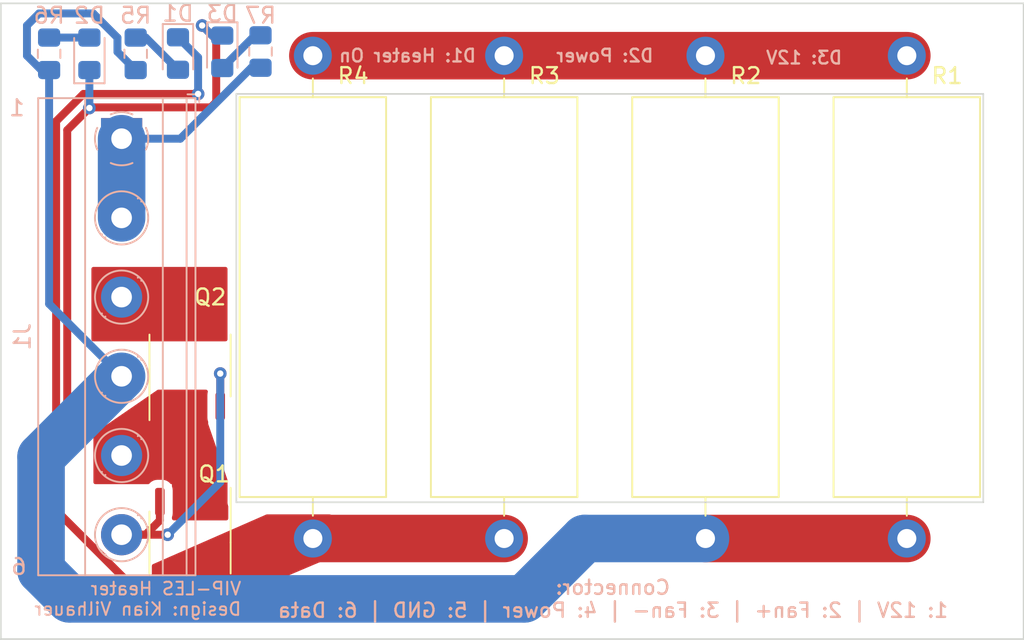
<source format=kicad_pcb>
(kicad_pcb (version 20171130) (host pcbnew "(5.1.6)-1")

  (general
    (thickness 1.6)
    (drawings 15)
    (tracks 65)
    (zones 0)
    (modules 13)
    (nets 11)
  )

  (page A4)
  (layers
    (0 F.Cu signal)
    (31 B.Cu signal)
    (32 B.Adhes user hide)
    (33 F.Adhes user hide)
    (34 B.Paste user hide)
    (35 F.Paste user hide)
    (36 B.SilkS user)
    (37 F.SilkS user)
    (38 B.Mask user hide)
    (39 F.Mask user hide)
    (40 Dwgs.User user hide)
    (41 Cmts.User user hide)
    (42 Eco1.User user hide)
    (43 Eco2.User user hide)
    (44 Edge.Cuts user)
    (45 Margin user hide)
    (46 B.CrtYd user hide)
    (47 F.CrtYd user hide)
    (48 B.Fab user)
    (49 F.Fab user)
  )

  (setup
    (last_trace_width 0.5)
    (trace_clearance 0.2)
    (zone_clearance 0.508)
    (zone_45_only no)
    (trace_min 0.2)
    (via_size 0.8)
    (via_drill 0.4)
    (via_min_size 0.4)
    (via_min_drill 0.3)
    (uvia_size 0.3)
    (uvia_drill 0.1)
    (uvias_allowed no)
    (uvia_min_size 0.2)
    (uvia_min_drill 0.1)
    (edge_width 0.05)
    (segment_width 0.2)
    (pcb_text_width 0.3)
    (pcb_text_size 1.5 1.5)
    (mod_edge_width 0.12)
    (mod_text_size 1 1)
    (mod_text_width 0.15)
    (pad_size 2.4 2.4)
    (pad_drill 1.2)
    (pad_to_mask_clearance 0.05)
    (aux_axis_origin 0 0)
    (visible_elements 7FFFFFFF)
    (pcbplotparams
      (layerselection 0x0d0fc_ffffffff)
      (usegerberextensions true)
      (usegerberattributes true)
      (usegerberadvancedattributes true)
      (creategerberjobfile false)
      (excludeedgelayer true)
      (linewidth 0.100000)
      (plotframeref false)
      (viasonmask false)
      (mode 1)
      (useauxorigin false)
      (hpglpennumber 1)
      (hpglpenspeed 20)
      (hpglpendiameter 15.000000)
      (psnegative false)
      (psa4output false)
      (plotreference true)
      (plotvalue true)
      (plotinvisibletext false)
      (padsonsilk false)
      (subtractmaskfromsilk false)
      (outputformat 1)
      (mirror false)
      (drillshape 0)
      (scaleselection 1)
      (outputdirectory "./gerbers"))
  )

  (net 0 "")
  (net 1 "Net-(D1-Pad2)")
  (net 2 GND)
  (net 3 "Net-(D2-Pad2)")
  (net 4 /Heat_Control)
  (net 5 VCC)
  (net 6 "Net-(R1-Pad2)")
  (net 7 "Net-(D1-Pad1)")
  (net 8 +12V)
  (net 9 /Fan_Lowside)
  (net 10 "Net-(D3-Pad2)")

  (net_class Default "This is the default net class."
    (clearance 0.2)
    (trace_width 0.5)
    (via_dia 0.8)
    (via_drill 0.4)
    (uvia_dia 0.3)
    (uvia_drill 0.1)
    (add_net +12V)
    (add_net /Fan_Lowside)
    (add_net /Heat_Control)
    (add_net GND)
    (add_net "Net-(D1-Pad1)")
    (add_net "Net-(D1-Pad2)")
    (add_net "Net-(D2-Pad2)")
    (add_net "Net-(D3-Pad2)")
    (add_net VCC)
  )

  (net_class High-Current ""
    (clearance 0.2)
    (trace_width 3)
    (via_dia 1.5)
    (via_drill 0.4)
    (uvia_dia 0.3)
    (uvia_drill 0.1)
    (add_net "Net-(R1-Pad2)")
  )

  (module Resistor_SMD:R_0805_2012Metric_Pad1.15x1.40mm_HandSolder (layer B.Cu) (tedit 5B36C52B) (tstamp 5F8985E6)
    (at 36.703 21.327 90)
    (descr "Resistor SMD 0805 (2012 Metric), square (rectangular) end terminal, IPC_7351 nominal with elongated pad for handsoldering. (Body size source: https://docs.google.com/spreadsheets/d/1BsfQQcO9C6DZCsRaXUlFlo91Tg2WpOkGARC1WS5S8t0/edit?usp=sharing), generated with kicad-footprint-generator")
    (tags "resistor handsolder")
    (path /5F89E5AE)
    (attr smd)
    (fp_text reference R7 (at 2.277 0 180) (layer B.SilkS)
      (effects (font (size 1 1) (thickness 0.15)) (justify mirror))
    )
    (fp_text value 1k (at 0 -1.65 180) (layer B.Fab)
      (effects (font (size 1 1) (thickness 0.15)) (justify mirror))
    )
    (fp_line (start 1.85 -0.95) (end -1.85 -0.95) (layer B.CrtYd) (width 0.05))
    (fp_line (start 1.85 0.95) (end 1.85 -0.95) (layer B.CrtYd) (width 0.05))
    (fp_line (start -1.85 0.95) (end 1.85 0.95) (layer B.CrtYd) (width 0.05))
    (fp_line (start -1.85 -0.95) (end -1.85 0.95) (layer B.CrtYd) (width 0.05))
    (fp_line (start -0.261252 -0.71) (end 0.261252 -0.71) (layer B.SilkS) (width 0.12))
    (fp_line (start -0.261252 0.71) (end 0.261252 0.71) (layer B.SilkS) (width 0.12))
    (fp_line (start 1 -0.6) (end -1 -0.6) (layer B.Fab) (width 0.1))
    (fp_line (start 1 0.6) (end 1 -0.6) (layer B.Fab) (width 0.1))
    (fp_line (start -1 0.6) (end 1 0.6) (layer B.Fab) (width 0.1))
    (fp_line (start -1 -0.6) (end -1 0.6) (layer B.Fab) (width 0.1))
    (fp_text user %R (at 0 0 90) (layer B.Fab)
      (effects (font (size 0.5 0.5) (thickness 0.08)) (justify mirror))
    )
    (pad 2 smd roundrect (at 1.025 0 90) (size 1.15 1.4) (layers B.Cu B.Paste B.Mask) (roundrect_rratio 0.217391)
      (net 10 "Net-(D3-Pad2)"))
    (pad 1 smd roundrect (at -1.025 0 90) (size 1.15 1.4) (layers B.Cu B.Paste B.Mask) (roundrect_rratio 0.217391)
      (net 8 +12V))
    (model ${KISYS3DMOD}/Resistor_SMD.3dshapes/R_0805_2012Metric.wrl
      (at (xyz 0 0 0))
      (scale (xyz 1 1 1))
      (rotate (xyz 0 0 0))
    )
  )

  (module LED_SMD:LED_0805_2012Metric_Pad1.15x1.40mm_HandSolder (layer B.Cu) (tedit 5B4B45C9) (tstamp 5F898995)
    (at 34.29 21.345 270)
    (descr "LED SMD 0805 (2012 Metric), square (rectangular) end terminal, IPC_7351 nominal, (Body size source: https://docs.google.com/spreadsheets/d/1BsfQQcO9C6DZCsRaXUlFlo91Tg2WpOkGARC1WS5S8t0/edit?usp=sharing), generated with kicad-footprint-generator")
    (tags "LED handsolder")
    (path /5F89D85A)
    (attr smd)
    (fp_text reference D3 (at -2.422 0 180) (layer B.SilkS)
      (effects (font (size 1 1) (thickness 0.15)) (justify mirror))
    )
    (fp_text value AMBER (at 0 -1.65 90) (layer B.Fab)
      (effects (font (size 1 1) (thickness 0.15)) (justify mirror))
    )
    (fp_line (start 1.85 -0.95) (end -1.85 -0.95) (layer B.CrtYd) (width 0.05))
    (fp_line (start 1.85 0.95) (end 1.85 -0.95) (layer B.CrtYd) (width 0.05))
    (fp_line (start -1.85 0.95) (end 1.85 0.95) (layer B.CrtYd) (width 0.05))
    (fp_line (start -1.85 -0.95) (end -1.85 0.95) (layer B.CrtYd) (width 0.05))
    (fp_line (start -1.86 -0.96) (end 1 -0.96) (layer B.SilkS) (width 0.12))
    (fp_line (start -1.86 0.96) (end -1.86 -0.96) (layer B.SilkS) (width 0.12))
    (fp_line (start 1 0.96) (end -1.86 0.96) (layer B.SilkS) (width 0.12))
    (fp_line (start 1 -0.6) (end 1 0.6) (layer B.Fab) (width 0.1))
    (fp_line (start -1 -0.6) (end 1 -0.6) (layer B.Fab) (width 0.1))
    (fp_line (start -1 0.3) (end -1 -0.6) (layer B.Fab) (width 0.1))
    (fp_line (start -0.7 0.6) (end -1 0.3) (layer B.Fab) (width 0.1))
    (fp_line (start 1 0.6) (end -0.7 0.6) (layer B.Fab) (width 0.1))
    (fp_text user %R (at 0 0 90) (layer B.Fab)
      (effects (font (size 0.5 0.5) (thickness 0.08)) (justify mirror))
    )
    (pad 2 smd roundrect (at 1.025 0 270) (size 1.15 1.4) (layers B.Cu B.Paste B.Mask) (roundrect_rratio 0.217391)
      (net 10 "Net-(D3-Pad2)"))
    (pad 1 smd roundrect (at -1.025 0 270) (size 1.15 1.4) (layers B.Cu B.Paste B.Mask) (roundrect_rratio 0.217391)
      (net 2 GND))
    (model ${KISYS3DMOD}/LED_SMD.3dshapes/LED_0805_2012Metric.wrl
      (at (xyz 0 0 0))
      (scale (xyz 1 1 1))
      (rotate (xyz 0 0 0))
    )
  )

  (module Package_SO:SO-8_3.9x4.9mm_P1.27mm (layer F.Cu) (tedit 5F891189) (tstamp 5F892061)
    (at 32.258 41.148 90)
    (descr "SO, 8 Pin (https://www.nxp.com/docs/en/data-sheet/PCF8523.pdf), generated with kicad-footprint-generator ipc_gullwing_generator.py")
    (tags "SO SO")
    (path /5F89A74A)
    (attr smd)
    (fp_text reference Q2 (at 4.318 1.27) (layer F.SilkS)
      (effects (font (size 1 1) (thickness 0.15)))
    )
    (fp_text value IRF7401TRPBF (at 0 3.4 270) (layer F.Fab)
      (effects (font (size 1 1) (thickness 0.15)))
    )
    (fp_line (start 3.7 -2.7) (end -3.7 -2.7) (layer F.CrtYd) (width 0.05))
    (fp_line (start 3.7 2.7) (end 3.7 -2.7) (layer F.CrtYd) (width 0.05))
    (fp_line (start -3.7 2.7) (end 3.7 2.7) (layer F.CrtYd) (width 0.05))
    (fp_line (start -3.7 -2.7) (end -3.7 2.7) (layer F.CrtYd) (width 0.05))
    (fp_line (start -1.95 -1.475) (end -0.975 -2.45) (layer F.Fab) (width 0.1))
    (fp_line (start -1.95 2.45) (end -1.95 -1.475) (layer F.Fab) (width 0.1))
    (fp_line (start 1.95 2.45) (end -1.95 2.45) (layer F.Fab) (width 0.1))
    (fp_line (start 1.95 -2.45) (end 1.95 2.45) (layer F.Fab) (width 0.1))
    (fp_line (start -0.975 -2.45) (end 1.95 -2.45) (layer F.Fab) (width 0.1))
    (fp_line (start 0 -2.56) (end -3.45 -2.56) (layer F.SilkS) (width 0.12))
    (fp_line (start 0 -2.56) (end 1.95 -2.56) (layer F.SilkS) (width 0.12))
    (fp_line (start 0 2.56) (end -1.95 2.56) (layer F.SilkS) (width 0.12))
    (fp_line (start 0 2.56) (end 1.95 2.56) (layer F.SilkS) (width 0.12))
    (fp_text user %R (at 0 0 270) (layer F.Fab)
      (effects (font (size 0.98 0.98) (thickness 0.15)))
    )
    (pad 3 smd roundrect (at 2.575 -1.905 90) (size 1.75 0.6) (layers F.Cu F.Paste F.Mask) (roundrect_rratio 0.25)
      (net 9 /Fan_Lowside))
    (pad 3 smd roundrect (at 2.575 -0.635 90) (size 1.75 0.6) (layers F.Cu F.Paste F.Mask) (roundrect_rratio 0.25)
      (net 9 /Fan_Lowside))
    (pad 3 smd roundrect (at 2.575 0.635 90) (size 1.75 0.6) (layers F.Cu F.Paste F.Mask) (roundrect_rratio 0.25)
      (net 9 /Fan_Lowside))
    (pad 3 smd roundrect (at 2.575 1.905 90) (size 1.75 0.6) (layers F.Cu F.Paste F.Mask) (roundrect_rratio 0.25)
      (net 9 /Fan_Lowside))
    (pad 1 smd roundrect (at -2.575 1.905 90) (size 1.75 0.6) (layers F.Cu F.Paste F.Mask) (roundrect_rratio 0.25)
      (net 4 /Heat_Control))
    (pad 2 smd roundrect (at -2.575 0.635 90) (size 1.75 0.6) (layers F.Cu F.Paste F.Mask) (roundrect_rratio 0.25)
      (net 2 GND))
    (pad 2 smd roundrect (at -2.575 -0.635 90) (size 1.75 0.6) (layers F.Cu F.Paste F.Mask) (roundrect_rratio 0.25)
      (net 2 GND))
    (pad 2 smd roundrect (at -2.575 -1.905 90) (size 1.75 0.6) (layers F.Cu F.Paste F.Mask) (roundrect_rratio 0.25)
      (net 2 GND))
    (model ${KISYS3DMOD}/Package_SO.3dshapes/SO-8_3.9x4.9mm_P1.27mm.wrl
      (at (xyz 0 0 0))
      (scale (xyz 1 1 1))
      (rotate (xyz 0 0 0))
    )
  )

  (module TerminalBlock_Phoenix:TerminalBlock_Phoenix_MKDS-1,5-6_1x06_P5.00mm_Horizontal (layer B.Cu) (tedit 5B294EE7) (tstamp 5F891439)
    (at 27.94 26.83 270)
    (descr "Terminal Block Phoenix MKDS-1,5-6, 6 pins, pitch 5mm, size 30x9.8mm^2, drill diamater 1.3mm, pad diameter 2.6mm, see http://www.farnell.com/datasheets/100425.pdf, script-generated using https://github.com/pointhi/kicad-footprint-generator/scripts/TerminalBlock_Phoenix")
    (tags "THT Terminal Block Phoenix MKDS-1,5-6 pitch 5mm size 30x9.8mm^2 drill 1.3mm pad 2.6mm")
    (path /5F89E31E)
    (fp_text reference J1 (at 12.5 6.26 90) (layer B.SilkS)
      (effects (font (size 1 1) (thickness 0.15)) (justify mirror))
    )
    (fp_text value " " (at 12.5 -5.66 90) (layer B.Fab)
      (effects (font (size 1 1) (thickness 0.15)) (justify mirror))
    )
    (fp_line (start 28 5.71) (end -3 5.71) (layer B.CrtYd) (width 0.05))
    (fp_line (start 28 -5.1) (end 28 5.71) (layer B.CrtYd) (width 0.05))
    (fp_line (start -3 -5.1) (end 28 -5.1) (layer B.CrtYd) (width 0.05))
    (fp_line (start -3 5.71) (end -3 -5.1) (layer B.CrtYd) (width 0.05))
    (fp_line (start -2.8 -4.9) (end -2.3 -4.9) (layer B.SilkS) (width 0.12))
    (fp_line (start -2.8 -4.16) (end -2.8 -4.9) (layer B.SilkS) (width 0.12))
    (fp_line (start 23.773 -1.023) (end 23.726 -1.069) (layer B.SilkS) (width 0.12))
    (fp_line (start 26.07 1.275) (end 26.035 1.239) (layer B.SilkS) (width 0.12))
    (fp_line (start 23.966 -1.239) (end 23.931 -1.274) (layer B.SilkS) (width 0.12))
    (fp_line (start 26.275 1.069) (end 26.228 1.023) (layer B.SilkS) (width 0.12))
    (fp_line (start 25.955 1.138) (end 23.863 -0.955) (layer B.Fab) (width 0.1))
    (fp_line (start 26.138 0.955) (end 24.046 -1.138) (layer B.Fab) (width 0.1))
    (fp_line (start 18.773 -1.023) (end 18.726 -1.069) (layer B.SilkS) (width 0.12))
    (fp_line (start 21.07 1.275) (end 21.035 1.239) (layer B.SilkS) (width 0.12))
    (fp_line (start 18.966 -1.239) (end 18.931 -1.274) (layer B.SilkS) (width 0.12))
    (fp_line (start 21.275 1.069) (end 21.228 1.023) (layer B.SilkS) (width 0.12))
    (fp_line (start 20.955 1.138) (end 18.863 -0.955) (layer B.Fab) (width 0.1))
    (fp_line (start 21.138 0.955) (end 19.046 -1.138) (layer B.Fab) (width 0.1))
    (fp_line (start 13.773 -1.023) (end 13.726 -1.069) (layer B.SilkS) (width 0.12))
    (fp_line (start 16.07 1.275) (end 16.035 1.239) (layer B.SilkS) (width 0.12))
    (fp_line (start 13.966 -1.239) (end 13.931 -1.274) (layer B.SilkS) (width 0.12))
    (fp_line (start 16.275 1.069) (end 16.228 1.023) (layer B.SilkS) (width 0.12))
    (fp_line (start 15.955 1.138) (end 13.863 -0.955) (layer B.Fab) (width 0.1))
    (fp_line (start 16.138 0.955) (end 14.046 -1.138) (layer B.Fab) (width 0.1))
    (fp_line (start 8.773 -1.023) (end 8.726 -1.069) (layer B.SilkS) (width 0.12))
    (fp_line (start 11.07 1.275) (end 11.035 1.239) (layer B.SilkS) (width 0.12))
    (fp_line (start 8.966 -1.239) (end 8.931 -1.274) (layer B.SilkS) (width 0.12))
    (fp_line (start 11.275 1.069) (end 11.228 1.023) (layer B.SilkS) (width 0.12))
    (fp_line (start 10.955 1.138) (end 8.863 -0.955) (layer B.Fab) (width 0.1))
    (fp_line (start 11.138 0.955) (end 9.046 -1.138) (layer B.Fab) (width 0.1))
    (fp_line (start 3.773 -1.023) (end 3.726 -1.069) (layer B.SilkS) (width 0.12))
    (fp_line (start 6.07 1.275) (end 6.035 1.239) (layer B.SilkS) (width 0.12))
    (fp_line (start 3.966 -1.239) (end 3.931 -1.274) (layer B.SilkS) (width 0.12))
    (fp_line (start 6.275 1.069) (end 6.228 1.023) (layer B.SilkS) (width 0.12))
    (fp_line (start 5.955 1.138) (end 3.863 -0.955) (layer B.Fab) (width 0.1))
    (fp_line (start 6.138 0.955) (end 4.046 -1.138) (layer B.Fab) (width 0.1))
    (fp_line (start 0.955 1.138) (end -1.138 -0.955) (layer B.Fab) (width 0.1))
    (fp_line (start 1.138 0.955) (end -0.955 -1.138) (layer B.Fab) (width 0.1))
    (fp_line (start 27.56 5.261) (end 27.56 -4.66) (layer B.SilkS) (width 0.12))
    (fp_line (start -2.56 5.261) (end -2.56 -4.66) (layer B.SilkS) (width 0.12))
    (fp_line (start -2.56 -4.66) (end 27.56 -4.66) (layer B.SilkS) (width 0.12))
    (fp_line (start -2.56 5.261) (end 27.56 5.261) (layer B.SilkS) (width 0.12))
    (fp_line (start -2.56 2.301) (end 27.56 2.301) (layer B.SilkS) (width 0.12))
    (fp_line (start -2.5 2.3) (end 27.5 2.3) (layer B.Fab) (width 0.1))
    (fp_line (start -2.56 -2.6) (end 27.56 -2.6) (layer B.SilkS) (width 0.12))
    (fp_line (start -2.5 -2.6) (end 27.5 -2.6) (layer B.Fab) (width 0.1))
    (fp_line (start -2.56 -4.1) (end 27.56 -4.1) (layer B.SilkS) (width 0.12))
    (fp_line (start -2.5 -4.1) (end 27.5 -4.1) (layer B.Fab) (width 0.1))
    (fp_line (start -2.5 -4.1) (end -2.5 5.2) (layer B.Fab) (width 0.1))
    (fp_line (start -2 -4.6) (end -2.5 -4.1) (layer B.Fab) (width 0.1))
    (fp_line (start 27.5 -4.6) (end -2 -4.6) (layer B.Fab) (width 0.1))
    (fp_line (start 27.5 5.2) (end 27.5 -4.6) (layer B.Fab) (width 0.1))
    (fp_line (start -2.5 5.2) (end 27.5 5.2) (layer B.Fab) (width 0.1))
    (fp_circle (center 25 0) (end 26.68 0) (layer B.SilkS) (width 0.12))
    (fp_circle (center 25 0) (end 26.5 0) (layer B.Fab) (width 0.1))
    (fp_circle (center 20 0) (end 21.68 0) (layer B.SilkS) (width 0.12))
    (fp_circle (center 20 0) (end 21.5 0) (layer B.Fab) (width 0.1))
    (fp_circle (center 15 0) (end 16.68 0) (layer B.SilkS) (width 0.12))
    (fp_circle (center 15 0) (end 16.5 0) (layer B.Fab) (width 0.1))
    (fp_circle (center 10 0) (end 11.68 0) (layer B.SilkS) (width 0.12))
    (fp_circle (center 10 0) (end 11.5 0) (layer B.Fab) (width 0.1))
    (fp_circle (center 5 0) (end 6.68 0) (layer B.SilkS) (width 0.12))
    (fp_circle (center 5 0) (end 6.5 0) (layer B.Fab) (width 0.1))
    (fp_circle (center 0 0) (end 1.5 0) (layer B.Fab) (width 0.1))
    (fp_text user %R (at 12.5 -3.2 90) (layer B.Fab)
      (effects (font (size 1 1) (thickness 0.15)) (justify mirror))
    )
    (fp_arc (start 0 0) (end -0.684 -1.535) (angle 25) (layer B.SilkS) (width 0.12))
    (fp_arc (start 0 0) (end -1.535 0.684) (angle 48) (layer B.SilkS) (width 0.12))
    (fp_arc (start 0 0) (end 0.684 1.535) (angle 48) (layer B.SilkS) (width 0.12))
    (fp_arc (start 0 0) (end 1.535 -0.684) (angle 48) (layer B.SilkS) (width 0.12))
    (fp_arc (start 0 0) (end 0 -1.68) (angle 24) (layer B.SilkS) (width 0.12))
    (pad 6 thru_hole circle (at 25 0 270) (size 2.6 2.6) (drill 1.3) (layers *.Cu *.Mask)
      (net 4 /Heat_Control))
    (pad 5 thru_hole circle (at 20 0 270) (size 2.6 2.6) (drill 1.3) (layers *.Cu *.Mask)
      (net 2 GND))
    (pad 4 thru_hole circle (at 15 0 270) (size 2.6 2.6) (drill 1.3) (layers *.Cu *.Mask)
      (net 5 VCC))
    (pad 3 thru_hole circle (at 10 0 270) (size 2.6 2.6) (drill 1.3) (layers *.Cu *.Mask)
      (net 9 /Fan_Lowside))
    (pad 2 thru_hole circle (at 5 0 270) (size 2.6 2.6) (drill 1.3) (layers *.Cu *.Mask)
      (net 8 +12V))
    (pad 1 thru_hole rect (at 0 0 270) (size 2.6 2.6) (drill 1.3) (layers *.Cu *.Mask)
      (net 8 +12V))
    (model ${KISYS3DMOD}/TerminalBlock_Phoenix.3dshapes/TerminalBlock_Phoenix_MKDS-1,5-6_1x06_P5.00mm_Horizontal.wrl
      (at (xyz 0 0 0))
      (scale (xyz 1 1 1))
      (rotate (xyz 0 0 0))
    )
  )

  (module Package_SO:SO-8_3.9x4.9mm_P1.27mm (layer F.Cu) (tedit 5F8081BE) (tstamp 5F8088F2)
    (at 32.258 52.324 270)
    (descr "SO, 8 Pin (https://www.nxp.com/docs/en/data-sheet/PCF8523.pdf), generated with kicad-footprint-generator ipc_gullwing_generator.py")
    (tags "SO SO")
    (path /5F803211)
    (attr smd)
    (fp_text reference Q1 (at -4.318 -1.524 180) (layer F.SilkS)
      (effects (font (size 1 1) (thickness 0.15)))
    )
    (fp_text value IRF7401TRPBF (at 0 3.4 90) (layer F.Fab)
      (effects (font (size 1 1) (thickness 0.15)))
    )
    (fp_line (start 3.7 -2.7) (end -3.7 -2.7) (layer F.CrtYd) (width 0.05))
    (fp_line (start 3.7 2.7) (end 3.7 -2.7) (layer F.CrtYd) (width 0.05))
    (fp_line (start -3.7 2.7) (end 3.7 2.7) (layer F.CrtYd) (width 0.05))
    (fp_line (start -3.7 -2.7) (end -3.7 2.7) (layer F.CrtYd) (width 0.05))
    (fp_line (start -1.95 -1.475) (end -0.975 -2.45) (layer F.Fab) (width 0.1))
    (fp_line (start -1.95 2.45) (end -1.95 -1.475) (layer F.Fab) (width 0.1))
    (fp_line (start 1.95 2.45) (end -1.95 2.45) (layer F.Fab) (width 0.1))
    (fp_line (start 1.95 -2.45) (end 1.95 2.45) (layer F.Fab) (width 0.1))
    (fp_line (start -0.975 -2.45) (end 1.95 -2.45) (layer F.Fab) (width 0.1))
    (fp_line (start 0 -2.56) (end -3.45 -2.56) (layer F.SilkS) (width 0.12))
    (fp_line (start 0 -2.56) (end 1.95 -2.56) (layer F.SilkS) (width 0.12))
    (fp_line (start 0 2.56) (end -1.95 2.56) (layer F.SilkS) (width 0.12))
    (fp_line (start 0 2.56) (end 1.95 2.56) (layer F.SilkS) (width 0.12))
    (fp_text user %R (at 0 0 90) (layer F.Fab)
      (effects (font (size 0.98 0.98) (thickness 0.15)))
    )
    (pad 3 smd roundrect (at 2.575 -1.905 270) (size 1.75 0.6) (layers F.Cu F.Paste F.Mask) (roundrect_rratio 0.25)
      (net 7 "Net-(D1-Pad1)"))
    (pad 3 smd roundrect (at 2.575 -0.635 270) (size 1.75 0.6) (layers F.Cu F.Paste F.Mask) (roundrect_rratio 0.25)
      (net 7 "Net-(D1-Pad1)"))
    (pad 3 smd roundrect (at 2.575 0.635 270) (size 1.75 0.6) (layers F.Cu F.Paste F.Mask) (roundrect_rratio 0.25)
      (net 7 "Net-(D1-Pad1)"))
    (pad 3 smd roundrect (at 2.575 1.905 270) (size 1.75 0.6) (layers F.Cu F.Paste F.Mask) (roundrect_rratio 0.25)
      (net 7 "Net-(D1-Pad1)"))
    (pad 1 smd roundrect (at -2.575 1.905 270) (size 1.75 0.6) (layers F.Cu F.Paste F.Mask) (roundrect_rratio 0.25)
      (net 4 /Heat_Control))
    (pad 2 smd roundrect (at -2.575 0.635 270) (size 1.75 0.6) (layers F.Cu F.Paste F.Mask) (roundrect_rratio 0.25)
      (net 2 GND))
    (pad 2 smd roundrect (at -2.575 -0.635 270) (size 1.75 0.6) (layers F.Cu F.Paste F.Mask) (roundrect_rratio 0.25)
      (net 2 GND))
    (pad 2 smd roundrect (at -2.575 -1.905 270) (size 1.75 0.6) (layers F.Cu F.Paste F.Mask) (roundrect_rratio 0.25)
      (net 2 GND))
    (model ${KISYS3DMOD}/Package_SO.3dshapes/SO-8_3.9x4.9mm_P1.27mm.wrl
      (at (xyz 0 0 0))
      (scale (xyz 1 1 1))
      (rotate (xyz 0 0 0))
    )
  )

  (module Resistor_THT:R_Axial_Power_L25.0mm_W9.0mm_P30.48mm (layer F.Cu) (tedit 5AE5139B) (tstamp 5F7FFF64)
    (at 52.07 21.59 270)
    (descr "Resistor, Axial_Power series, Box, pin pitch=30.48mm, 7W, length*width*height=25*9*9mm^3, http://cdn-reichelt.de/documents/datenblatt/B400/5WAXIAL_9WAXIAL_11WAXIAL_17WAXIAL%23YAG.pdf")
    (tags "Resistor Axial_Power series Box pin pitch 30.48mm 7W length 25mm width 9mm height 9mm")
    (path /5F83A4AF)
    (fp_text reference R3 (at 1.27 -2.54 180) (layer F.SilkS)
      (effects (font (size 1 1) (thickness 0.15)))
    )
    (fp_text value 1 (at 15.24 5.62 90) (layer F.Fab)
      (effects (font (size 1 1) (thickness 0.15)))
    )
    (fp_line (start 31.94 -4.75) (end -1.45 -4.75) (layer F.CrtYd) (width 0.05))
    (fp_line (start 31.94 4.75) (end 31.94 -4.75) (layer F.CrtYd) (width 0.05))
    (fp_line (start -1.45 4.75) (end 31.94 4.75) (layer F.CrtYd) (width 0.05))
    (fp_line (start -1.45 -4.75) (end -1.45 4.75) (layer F.CrtYd) (width 0.05))
    (fp_line (start 29.04 0) (end 27.86 0) (layer F.SilkS) (width 0.12))
    (fp_line (start 1.44 0) (end 2.62 0) (layer F.SilkS) (width 0.12))
    (fp_line (start 27.86 -4.62) (end 2.62 -4.62) (layer F.SilkS) (width 0.12))
    (fp_line (start 27.86 4.62) (end 27.86 -4.62) (layer F.SilkS) (width 0.12))
    (fp_line (start 2.62 4.62) (end 27.86 4.62) (layer F.SilkS) (width 0.12))
    (fp_line (start 2.62 -4.62) (end 2.62 4.62) (layer F.SilkS) (width 0.12))
    (fp_line (start 30.48 0) (end 27.74 0) (layer F.Fab) (width 0.1))
    (fp_line (start 0 0) (end 2.74 0) (layer F.Fab) (width 0.1))
    (fp_line (start 27.74 -4.5) (end 2.74 -4.5) (layer F.Fab) (width 0.1))
    (fp_line (start 27.74 4.5) (end 27.74 -4.5) (layer F.Fab) (width 0.1))
    (fp_line (start 2.74 4.5) (end 27.74 4.5) (layer F.Fab) (width 0.1))
    (fp_line (start 2.74 -4.5) (end 2.74 4.5) (layer F.Fab) (width 0.1))
    (fp_text user %R (at 15.24 0 90) (layer F.Fab)
      (effects (font (size 1 1) (thickness 0.15)))
    )
    (pad 2 thru_hole oval (at 30.48 0 270) (size 2.4 2.4) (drill 1.2) (layers *.Cu *.Mask)
      (net 7 "Net-(D1-Pad1)"))
    (pad 1 thru_hole circle (at 0 0 270) (size 2.4 2.4) (drill 1.2) (layers *.Cu *.Mask)
      (net 6 "Net-(R1-Pad2)"))
    (model ${KISYS3DMOD}/Resistor_THT.3dshapes/R_Axial_Power_L25.0mm_W9.0mm_P30.48mm.wrl
      (at (xyz 0 0 0))
      (scale (xyz 1 1 1))
      (rotate (xyz 0 0 0))
    )
  )

  (module Resistor_THT:R_Axial_Power_L25.0mm_W9.0mm_P30.48mm (layer F.Cu) (tedit 5AE5139B) (tstamp 5F7FFF4D)
    (at 64.77 52.07 90)
    (descr "Resistor, Axial_Power series, Box, pin pitch=30.48mm, 7W, length*width*height=25*9*9mm^3, http://cdn-reichelt.de/documents/datenblatt/B400/5WAXIAL_9WAXIAL_11WAXIAL_17WAXIAL%23YAG.pdf")
    (tags "Resistor Axial_Power series Box pin pitch 30.48mm 7W length 25mm width 9mm height 9mm")
    (path /5F83A7ED)
    (fp_text reference R2 (at 29.21 2.54 180) (layer F.SilkS)
      (effects (font (size 1 1) (thickness 0.15)))
    )
    (fp_text value 1 (at 15.24 5.62 90) (layer F.Fab)
      (effects (font (size 1 1) (thickness 0.15)))
    )
    (fp_line (start 31.94 -4.75) (end -1.45 -4.75) (layer F.CrtYd) (width 0.05))
    (fp_line (start 31.94 4.75) (end 31.94 -4.75) (layer F.CrtYd) (width 0.05))
    (fp_line (start -1.45 4.75) (end 31.94 4.75) (layer F.CrtYd) (width 0.05))
    (fp_line (start -1.45 -4.75) (end -1.45 4.75) (layer F.CrtYd) (width 0.05))
    (fp_line (start 29.04 0) (end 27.86 0) (layer F.SilkS) (width 0.12))
    (fp_line (start 1.44 0) (end 2.62 0) (layer F.SilkS) (width 0.12))
    (fp_line (start 27.86 -4.62) (end 2.62 -4.62) (layer F.SilkS) (width 0.12))
    (fp_line (start 27.86 4.62) (end 27.86 -4.62) (layer F.SilkS) (width 0.12))
    (fp_line (start 2.62 4.62) (end 27.86 4.62) (layer F.SilkS) (width 0.12))
    (fp_line (start 2.62 -4.62) (end 2.62 4.62) (layer F.SilkS) (width 0.12))
    (fp_line (start 30.48 0) (end 27.74 0) (layer F.Fab) (width 0.1))
    (fp_line (start 0 0) (end 2.74 0) (layer F.Fab) (width 0.1))
    (fp_line (start 27.74 -4.5) (end 2.74 -4.5) (layer F.Fab) (width 0.1))
    (fp_line (start 27.74 4.5) (end 27.74 -4.5) (layer F.Fab) (width 0.1))
    (fp_line (start 2.74 4.5) (end 27.74 4.5) (layer F.Fab) (width 0.1))
    (fp_line (start 2.74 -4.5) (end 2.74 4.5) (layer F.Fab) (width 0.1))
    (fp_text user %R (at 15.24 0 90) (layer F.Fab)
      (effects (font (size 1 1) (thickness 0.15)))
    )
    (pad 2 thru_hole oval (at 30.48 0 90) (size 2.4 2.4) (drill 1.2) (layers *.Cu *.Mask)
      (net 6 "Net-(R1-Pad2)"))
    (pad 1 thru_hole circle (at 0 0 90) (size 2.4 2.4) (drill 1.2) (layers *.Cu *.Mask)
      (net 5 VCC))
    (model ${KISYS3DMOD}/Resistor_THT.3dshapes/R_Axial_Power_L25.0mm_W9.0mm_P30.48mm.wrl
      (at (xyz 0 0 0))
      (scale (xyz 1 1 1))
      (rotate (xyz 0 0 0))
    )
  )

  (module Resistor_THT:R_Axial_Power_L25.0mm_W9.0mm_P30.48mm (layer F.Cu) (tedit 5AE5139B) (tstamp 5F800AD4)
    (at 77.47 52.07 90)
    (descr "Resistor, Axial_Power series, Box, pin pitch=30.48mm, 7W, length*width*height=25*9*9mm^3, http://cdn-reichelt.de/documents/datenblatt/B400/5WAXIAL_9WAXIAL_11WAXIAL_17WAXIAL%23YAG.pdf")
    (tags "Resistor Axial_Power series Box pin pitch 30.48mm 7W length 25mm width 9mm height 9mm")
    (path /5F83C347)
    (fp_text reference R1 (at 29.21 2.54 180) (layer F.SilkS)
      (effects (font (size 1 1) (thickness 0.15)))
    )
    (fp_text value 1 (at 15.24 5.62 90) (layer F.Fab)
      (effects (font (size 1 1) (thickness 0.15)))
    )
    (fp_line (start 31.94 -4.75) (end -1.45 -4.75) (layer F.CrtYd) (width 0.05))
    (fp_line (start 31.94 4.75) (end 31.94 -4.75) (layer F.CrtYd) (width 0.05))
    (fp_line (start -1.45 4.75) (end 31.94 4.75) (layer F.CrtYd) (width 0.05))
    (fp_line (start -1.45 -4.75) (end -1.45 4.75) (layer F.CrtYd) (width 0.05))
    (fp_line (start 29.04 0) (end 27.86 0) (layer F.SilkS) (width 0.12))
    (fp_line (start 1.44 0) (end 2.62 0) (layer F.SilkS) (width 0.12))
    (fp_line (start 27.86 -4.62) (end 2.62 -4.62) (layer F.SilkS) (width 0.12))
    (fp_line (start 27.86 4.62) (end 27.86 -4.62) (layer F.SilkS) (width 0.12))
    (fp_line (start 2.62 4.62) (end 27.86 4.62) (layer F.SilkS) (width 0.12))
    (fp_line (start 2.62 -4.62) (end 2.62 4.62) (layer F.SilkS) (width 0.12))
    (fp_line (start 30.48 0) (end 27.74 0) (layer F.Fab) (width 0.1))
    (fp_line (start 0 0) (end 2.74 0) (layer F.Fab) (width 0.1))
    (fp_line (start 27.74 -4.5) (end 2.74 -4.5) (layer F.Fab) (width 0.1))
    (fp_line (start 27.74 4.5) (end 27.74 -4.5) (layer F.Fab) (width 0.1))
    (fp_line (start 2.74 4.5) (end 27.74 4.5) (layer F.Fab) (width 0.1))
    (fp_line (start 2.74 -4.5) (end 2.74 4.5) (layer F.Fab) (width 0.1))
    (fp_text user %R (at 15.24 0 90) (layer F.Fab)
      (effects (font (size 1 1) (thickness 0.15)))
    )
    (pad 2 thru_hole oval (at 30.48 0 90) (size 2.4 2.4) (drill 1.2) (layers *.Cu *.Mask)
      (net 6 "Net-(R1-Pad2)"))
    (pad 1 thru_hole circle (at 0 0 90) (size 2.4 2.4) (drill 1.2) (layers *.Cu *.Mask)
      (net 5 VCC))
    (model ${KISYS3DMOD}/Resistor_THT.3dshapes/R_Axial_Power_L25.0mm_W9.0mm_P30.48mm.wrl
      (at (xyz 0 0 0))
      (scale (xyz 1 1 1))
      (rotate (xyz 0 0 0))
    )
  )

  (module Resistor_SMD:R_0805_2012Metric_Pad1.15x1.40mm_HandSolder (layer B.Cu) (tedit 5B36C52B) (tstamp 5F7FFA4A)
    (at 23.368 21.472 90)
    (descr "Resistor SMD 0805 (2012 Metric), square (rectangular) end terminal, IPC_7351 nominal with elongated pad for handsoldering. (Body size source: https://docs.google.com/spreadsheets/d/1BsfQQcO9C6DZCsRaXUlFlo91Tg2WpOkGARC1WS5S8t0/edit?usp=sharing), generated with kicad-footprint-generator")
    (tags "resistor handsolder")
    (path /5F7FDC5F)
    (attr smd)
    (fp_text reference R6 (at 2.422 0) (layer B.SilkS)
      (effects (font (size 1 1) (thickness 0.15)) (justify mirror))
    )
    (fp_text value 200 (at 0 -1.65 270) (layer B.Fab)
      (effects (font (size 1 1) (thickness 0.15)) (justify mirror))
    )
    (fp_line (start -1 -0.6) (end -1 0.6) (layer B.Fab) (width 0.1))
    (fp_line (start -1 0.6) (end 1 0.6) (layer B.Fab) (width 0.1))
    (fp_line (start 1 0.6) (end 1 -0.6) (layer B.Fab) (width 0.1))
    (fp_line (start 1 -0.6) (end -1 -0.6) (layer B.Fab) (width 0.1))
    (fp_line (start -0.261252 0.71) (end 0.261252 0.71) (layer B.SilkS) (width 0.12))
    (fp_line (start -0.261252 -0.71) (end 0.261252 -0.71) (layer B.SilkS) (width 0.12))
    (fp_line (start -1.85 -0.95) (end -1.85 0.95) (layer B.CrtYd) (width 0.05))
    (fp_line (start -1.85 0.95) (end 1.85 0.95) (layer B.CrtYd) (width 0.05))
    (fp_line (start 1.85 0.95) (end 1.85 -0.95) (layer B.CrtYd) (width 0.05))
    (fp_line (start 1.85 -0.95) (end -1.85 -0.95) (layer B.CrtYd) (width 0.05))
    (fp_text user %R (at 0 0 270) (layer B.Fab)
      (effects (font (size 0.5 0.5) (thickness 0.08)) (justify mirror))
    )
    (pad 2 smd roundrect (at 1.025 0 90) (size 1.15 1.4) (layers B.Cu B.Paste B.Mask) (roundrect_rratio 0.217391)
      (net 3 "Net-(D2-Pad2)"))
    (pad 1 smd roundrect (at -1.025 0 90) (size 1.15 1.4) (layers B.Cu B.Paste B.Mask) (roundrect_rratio 0.217391)
      (net 5 VCC))
    (model ${KISYS3DMOD}/Resistor_SMD.3dshapes/R_0805_2012Metric.wrl
      (at (xyz 0 0 0))
      (scale (xyz 1 1 1))
      (rotate (xyz 0 0 0))
    )
  )

  (module Resistor_SMD:R_0805_2012Metric_Pad1.15x1.40mm_HandSolder (layer B.Cu) (tedit 5B36C52B) (tstamp 5F891F4F)
    (at 28.829 21.472 270)
    (descr "Resistor SMD 0805 (2012 Metric), square (rectangular) end terminal, IPC_7351 nominal with elongated pad for handsoldering. (Body size source: https://docs.google.com/spreadsheets/d/1BsfQQcO9C6DZCsRaXUlFlo91Tg2WpOkGARC1WS5S8t0/edit?usp=sharing), generated with kicad-footprint-generator")
    (tags "resistor handsolder")
    (path /5F7FD2A9)
    (attr smd)
    (fp_text reference R5 (at -2.422 0 180) (layer B.SilkS)
      (effects (font (size 1 1) (thickness 0.15)) (justify mirror))
    )
    (fp_text value 200 (at 0 -1.65 270) (layer B.Fab)
      (effects (font (size 1 1) (thickness 0.15)) (justify mirror))
    )
    (fp_line (start -1 -0.6) (end -1 0.6) (layer B.Fab) (width 0.1))
    (fp_line (start -1 0.6) (end 1 0.6) (layer B.Fab) (width 0.1))
    (fp_line (start 1 0.6) (end 1 -0.6) (layer B.Fab) (width 0.1))
    (fp_line (start 1 -0.6) (end -1 -0.6) (layer B.Fab) (width 0.1))
    (fp_line (start -0.261252 0.71) (end 0.261252 0.71) (layer B.SilkS) (width 0.12))
    (fp_line (start -0.261252 -0.71) (end 0.261252 -0.71) (layer B.SilkS) (width 0.12))
    (fp_line (start -1.85 -0.95) (end -1.85 0.95) (layer B.CrtYd) (width 0.05))
    (fp_line (start -1.85 0.95) (end 1.85 0.95) (layer B.CrtYd) (width 0.05))
    (fp_line (start 1.85 0.95) (end 1.85 -0.95) (layer B.CrtYd) (width 0.05))
    (fp_line (start 1.85 -0.95) (end -1.85 -0.95) (layer B.CrtYd) (width 0.05))
    (fp_text user %R (at 0 0 270) (layer B.Fab)
      (effects (font (size 0.5 0.5) (thickness 0.08)) (justify mirror))
    )
    (pad 2 smd roundrect (at 1.025 0 270) (size 1.15 1.4) (layers B.Cu B.Paste B.Mask) (roundrect_rratio 0.217391)
      (net 5 VCC))
    (pad 1 smd roundrect (at -1.025 0 270) (size 1.15 1.4) (layers B.Cu B.Paste B.Mask) (roundrect_rratio 0.217391)
      (net 1 "Net-(D1-Pad2)"))
    (model ${KISYS3DMOD}/Resistor_SMD.3dshapes/R_0805_2012Metric.wrl
      (at (xyz 0 0 0))
      (scale (xyz 1 1 1))
      (rotate (xyz 0 0 0))
    )
  )

  (module Resistor_THT:R_Axial_Power_L25.0mm_W9.0mm_P30.48mm (layer F.Cu) (tedit 5F7FF9E5) (tstamp 5F7FFA28)
    (at 40.005 21.59 270)
    (descr "Resistor, Axial_Power series, Box, pin pitch=30.48mm, 7W, length*width*height=25*9*9mm^3, http://cdn-reichelt.de/documents/datenblatt/B400/5WAXIAL_9WAXIAL_11WAXIAL_17WAXIAL%23YAG.pdf")
    (tags "Resistor Axial_Power series Box pin pitch 30.48mm 7W length 25mm width 9mm height 9mm")
    (path /5F7FC7F0)
    (fp_text reference R4 (at 1.27 -2.54 180) (layer F.SilkS)
      (effects (font (size 1 1) (thickness 0.15)))
    )
    (fp_text value 1 (at 15.24 5.62 90) (layer F.Fab)
      (effects (font (size 1 1) (thickness 0.15)))
    )
    (fp_line (start 2.74 -4.5) (end 2.74 4.5) (layer F.Fab) (width 0.1))
    (fp_line (start 2.74 4.5) (end 27.74 4.5) (layer F.Fab) (width 0.1))
    (fp_line (start 27.74 4.5) (end 27.74 -4.5) (layer F.Fab) (width 0.1))
    (fp_line (start 27.74 -4.5) (end 2.74 -4.5) (layer F.Fab) (width 0.1))
    (fp_line (start 0 0) (end 2.74 0) (layer F.Fab) (width 0.1))
    (fp_line (start 30.48 0) (end 27.74 0) (layer F.Fab) (width 0.1))
    (fp_line (start 2.62 -4.62) (end 2.62 4.62) (layer F.SilkS) (width 0.12))
    (fp_line (start 2.62 4.62) (end 27.86 4.62) (layer F.SilkS) (width 0.12))
    (fp_line (start 27.86 4.62) (end 27.86 -4.62) (layer F.SilkS) (width 0.12))
    (fp_line (start 27.86 -4.62) (end 2.62 -4.62) (layer F.SilkS) (width 0.12))
    (fp_line (start 1.44 0) (end 2.62 0) (layer F.SilkS) (width 0.12))
    (fp_line (start 29.04 0) (end 27.86 0) (layer F.SilkS) (width 0.12))
    (fp_line (start -1.45 -4.75) (end -1.45 4.75) (layer F.CrtYd) (width 0.05))
    (fp_line (start -1.45 4.75) (end 31.94 4.75) (layer F.CrtYd) (width 0.05))
    (fp_line (start 31.94 4.75) (end 31.94 -4.75) (layer F.CrtYd) (width 0.05))
    (fp_line (start 31.94 -4.75) (end -1.45 -4.75) (layer F.CrtYd) (width 0.05))
    (fp_text user %R (at 15.24 0 90) (layer F.Fab)
      (effects (font (size 1 1) (thickness 0.15)))
    )
    (pad 2 thru_hole oval (at 30.48 0 270) (size 2.4 2.4) (drill 1.2) (layers *.Cu *.Mask)
      (net 7 "Net-(D1-Pad1)") (zone_connect 2))
    (pad 1 thru_hole circle (at 0 0 270) (size 2.4 2.4) (drill 1.2) (layers *.Cu *.Mask)
      (net 6 "Net-(R1-Pad2)"))
    (model ${KISYS3DMOD}/Resistor_THT.3dshapes/R_Axial_Power_L25.0mm_W9.0mm_P30.48mm.wrl
      (at (xyz 0 0 0))
      (scale (xyz 1 1 1))
      (rotate (xyz 0 0 0))
    )
  )

  (module LED_SMD:LED_0805_2012Metric_Pad1.15x1.40mm_HandSolder (layer B.Cu) (tedit 5B4B45C9) (tstamp 5F7FF9B5)
    (at 25.908 21.472 90)
    (descr "LED SMD 0805 (2012 Metric), square (rectangular) end terminal, IPC_7351 nominal, (Body size source: https://docs.google.com/spreadsheets/d/1BsfQQcO9C6DZCsRaXUlFlo91Tg2WpOkGARC1WS5S8t0/edit?usp=sharing), generated with kicad-footprint-generator")
    (tags "LED handsolder")
    (path /5F7FA72D)
    (attr smd)
    (fp_text reference D2 (at 2.422 0) (layer B.SilkS)
      (effects (font (size 1 1) (thickness 0.15)) (justify mirror))
    )
    (fp_text value AMBER (at 0 -1.65 270) (layer B.Fab)
      (effects (font (size 1 1) (thickness 0.15)) (justify mirror))
    )
    (fp_line (start 1 0.6) (end -0.7 0.6) (layer B.Fab) (width 0.1))
    (fp_line (start -0.7 0.6) (end -1 0.3) (layer B.Fab) (width 0.1))
    (fp_line (start -1 0.3) (end -1 -0.6) (layer B.Fab) (width 0.1))
    (fp_line (start -1 -0.6) (end 1 -0.6) (layer B.Fab) (width 0.1))
    (fp_line (start 1 -0.6) (end 1 0.6) (layer B.Fab) (width 0.1))
    (fp_line (start 1 0.96) (end -1.86 0.96) (layer B.SilkS) (width 0.12))
    (fp_line (start -1.86 0.96) (end -1.86 -0.96) (layer B.SilkS) (width 0.12))
    (fp_line (start -1.86 -0.96) (end 1 -0.96) (layer B.SilkS) (width 0.12))
    (fp_line (start -1.85 -0.95) (end -1.85 0.95) (layer B.CrtYd) (width 0.05))
    (fp_line (start -1.85 0.95) (end 1.85 0.95) (layer B.CrtYd) (width 0.05))
    (fp_line (start 1.85 0.95) (end 1.85 -0.95) (layer B.CrtYd) (width 0.05))
    (fp_line (start 1.85 -0.95) (end -1.85 -0.95) (layer B.CrtYd) (width 0.05))
    (fp_text user %R (at 0 0 270) (layer B.Fab)
      (effects (font (size 0.5 0.5) (thickness 0.08)) (justify mirror))
    )
    (pad 2 smd roundrect (at 1.025 0 90) (size 1.15 1.4) (layers B.Cu B.Paste B.Mask) (roundrect_rratio 0.217391)
      (net 3 "Net-(D2-Pad2)"))
    (pad 1 smd roundrect (at -1.025 0 90) (size 1.15 1.4) (layers B.Cu B.Paste B.Mask) (roundrect_rratio 0.217391)
      (net 2 GND))
    (model ${KISYS3DMOD}/LED_SMD.3dshapes/LED_0805_2012Metric.wrl
      (at (xyz 0 0 0))
      (scale (xyz 1 1 1))
      (rotate (xyz 0 0 0))
    )
  )

  (module LED_SMD:LED_0805_2012Metric_Pad1.15x1.40mm_HandSolder (layer B.Cu) (tedit 5B4B45C9) (tstamp 5F7FF9A2)
    (at 31.496 21.454 270)
    (descr "LED SMD 0805 (2012 Metric), square (rectangular) end terminal, IPC_7351 nominal, (Body size source: https://docs.google.com/spreadsheets/d/1BsfQQcO9C6DZCsRaXUlFlo91Tg2WpOkGARC1WS5S8t0/edit?usp=sharing), generated with kicad-footprint-generator")
    (tags "LED handsolder")
    (path /5F7FBC34)
    (attr smd)
    (fp_text reference D1 (at -2.531 0 180) (layer B.SilkS)
      (effects (font (size 1 1) (thickness 0.15)) (justify mirror))
    )
    (fp_text value GREEN (at 0 -1.65 270) (layer B.Fab)
      (effects (font (size 1 1) (thickness 0.15)) (justify mirror))
    )
    (fp_line (start 1 0.6) (end -0.7 0.6) (layer B.Fab) (width 0.1))
    (fp_line (start -0.7 0.6) (end -1 0.3) (layer B.Fab) (width 0.1))
    (fp_line (start -1 0.3) (end -1 -0.6) (layer B.Fab) (width 0.1))
    (fp_line (start -1 -0.6) (end 1 -0.6) (layer B.Fab) (width 0.1))
    (fp_line (start 1 -0.6) (end 1 0.6) (layer B.Fab) (width 0.1))
    (fp_line (start 1 0.96) (end -1.86 0.96) (layer B.SilkS) (width 0.12))
    (fp_line (start -1.86 0.96) (end -1.86 -0.96) (layer B.SilkS) (width 0.12))
    (fp_line (start -1.86 -0.96) (end 1 -0.96) (layer B.SilkS) (width 0.12))
    (fp_line (start -1.85 -0.95) (end -1.85 0.95) (layer B.CrtYd) (width 0.05))
    (fp_line (start -1.85 0.95) (end 1.85 0.95) (layer B.CrtYd) (width 0.05))
    (fp_line (start 1.85 0.95) (end 1.85 -0.95) (layer B.CrtYd) (width 0.05))
    (fp_line (start 1.85 -0.95) (end -1.85 -0.95) (layer B.CrtYd) (width 0.05))
    (fp_text user %R (at 0 0 270) (layer B.Fab)
      (effects (font (size 0.5 0.5) (thickness 0.08)) (justify mirror))
    )
    (pad 2 smd roundrect (at 1.025 0 270) (size 1.15 1.4) (layers B.Cu B.Paste B.Mask) (roundrect_rratio 0.217391)
      (net 1 "Net-(D1-Pad2)"))
    (pad 1 smd roundrect (at -1.025 0 270) (size 1.15 1.4) (layers B.Cu B.Paste B.Mask) (roundrect_rratio 0.217391)
      (net 7 "Net-(D1-Pad1)"))
    (model ${KISYS3DMOD}/LED_SMD.3dshapes/LED_0805_2012Metric.wrl
      (at (xyz 0 0 0))
      (scale (xyz 1 1 1))
      (rotate (xyz 0 0 0))
    )
  )

  (gr_text "D3: 12V" (at 70.993 21.717) (layer B.SilkS) (tstamp 5F89A899)
    (effects (font (size 0.8 0.8) (thickness 0.15)) (justify mirror))
  )
  (gr_text "D2: Power" (at 58.42 21.59) (layer B.SilkS)
    (effects (font (size 0.8 0.8) (thickness 0.15)) (justify mirror))
  )
  (gr_text "D1: Heater On" (at 45.974 21.59) (layer B.SilkS)
    (effects (font (size 0.8 0.8) (thickness 0.15)) (justify mirror))
  )
  (gr_line (start 82.296 24.003) (end 82.296 49.784) (layer Edge.Cuts) (width 0.1))
  (gr_line (start 35.179 24.003) (end 82.296 24.003) (layer Edge.Cuts) (width 0.1))
  (gr_line (start 35.179 49.784) (end 35.179 24.003) (layer Edge.Cuts) (width 0.1))
  (gr_line (start 82.296 49.784) (end 35.179 49.784) (layer Edge.Cuts) (width 0.1))
  (gr_text "VIP-LES Heater\nDesign: Kian Vilhauer" (at 35.56 55.88) (layer B.SilkS)
    (effects (font (size 0.8 0.8) (thickness 0.125)) (justify left mirror))
  )
  (gr_text "Connector:\n1: 12V | 2: Fan+ | 3: Fan- | 4: Power | 5: GND | 6: Data" (at 58.928 55.88) (layer B.SilkS)
    (effects (font (size 0.9 0.9) (thickness 0.15)) (justify mirror))
  )
  (gr_text 6 (at 21.463 53.848) (layer B.SilkS)
    (effects (font (size 1 1) (thickness 0.15)) (justify mirror))
  )
  (gr_text 1 (at 21.336 24.892) (layer B.SilkS)
    (effects (font (size 1 1) (thickness 0.15)) (justify mirror))
  )
  (gr_line (start 84.836 18.288) (end 84.836 58.42) (layer Edge.Cuts) (width 0.1))
  (gr_line (start 20.32 18.288) (end 84.836 18.288) (layer Edge.Cuts) (width 0.1))
  (gr_line (start 20.32 58.42) (end 20.32 18.288) (layer Edge.Cuts) (width 0.1))
  (gr_line (start 84.836 58.42) (end 20.32 58.42) (layer Edge.Cuts) (width 0.1))

  (segment (start 29.464 20.447) (end 31.496 22.479) (width 0.5) (layer B.Cu) (net 1))
  (segment (start 28.829 20.447) (end 29.464 20.447) (width 0.5) (layer B.Cu) (net 1))
  (via (at 25.908 24.892) (size 0.8) (drill 0.4) (layers F.Cu B.Cu) (net 2))
  (segment (start 25.908 22.497) (end 25.908 24.257) (width 0.5) (layer B.Cu) (net 2))
  (segment (start 25.908 24.892) (end 24.511 26.289) (width 0.5) (layer F.Cu) (net 2))
  (segment (start 25.908 24.257) (end 25.908 24.892) (width 0.5) (layer B.Cu) (net 2))
  (segment (start 24.511 43.401) (end 27.94 46.83) (width 0.5) (layer F.Cu) (net 2))
  (segment (start 24.511 26.289) (end 24.511 43.401) (width 0.5) (layer F.Cu) (net 2))
  (segment (start 34.29 20.32) (end 33.655 20.32) (width 0.5) (layer B.Cu) (net 2))
  (segment (start 33.655 20.32) (end 33.02 19.685) (width 0.5) (layer B.Cu) (net 2))
  (segment (start 33.02 19.685) (end 33.02 19.685) (width 0.5) (layer B.Cu) (net 2) (tstamp 5F898C64))
  (via (at 33.02 19.685) (size 0.8) (drill 0.4) (layers F.Cu B.Cu) (net 2))
  (segment (start 33.02 19.685) (end 33.909 20.574) (width 0.5) (layer F.Cu) (net 2))
  (segment (start 33.909 20.574) (end 33.909 24.511) (width 0.5) (layer F.Cu) (net 2))
  (segment (start 25.946999 24.853001) (end 25.908 24.892) (width 0.5) (layer F.Cu) (net 2))
  (segment (start 33.566999 24.853001) (end 25.946999 24.853001) (width 0.5) (layer F.Cu) (net 2))
  (segment (start 33.909 24.511) (end 33.566999 24.853001) (width 0.5) (layer F.Cu) (net 2))
  (segment (start 23.368 20.447) (end 25.908 20.447) (width 0.5) (layer B.Cu) (net 3))
  (segment (start 27.94 51.83) (end 29.45 51.83) (width 0.5) (layer F.Cu) (net 4))
  (segment (start 30.353 50.927) (end 30.353 49.749) (width 0.5) (layer F.Cu) (net 4))
  (segment (start 29.45 51.83) (end 30.353 50.927) (width 0.5) (layer F.Cu) (net 4))
  (segment (start 27.94 51.83) (end 30.847 51.83) (width 0.5) (layer F.Cu) (net 4))
  (segment (start 30.847 51.83) (end 30.847 51.83) (width 0.5) (layer F.Cu) (net 4) (tstamp 5F897E88))
  (via (at 30.847 51.83) (size 0.8) (drill 0.4) (layers F.Cu B.Cu) (net 4))
  (segment (start 30.847 51.83) (end 34.163 48.514) (width 0.5) (layer B.Cu) (net 4))
  (segment (start 34.163 48.514) (end 34.163 41.656) (width 0.5) (layer B.Cu) (net 4))
  (segment (start 34.163 41.656) (end 34.163 41.656) (width 0.5) (layer B.Cu) (net 4) (tstamp 5F897EA3))
  (via (at 34.163 41.656) (size 0.8) (drill 0.4) (layers F.Cu B.Cu) (net 4))
  (segment (start 34.163 41.656) (end 34.163 43.723) (width 0.5) (layer F.Cu) (net 4))
  (segment (start 64.77 52.07) (end 77.47 52.07) (width 3) (layer F.Cu) (net 5))
  (segment (start 24.652268 55.88) (end 53.34 55.88) (width 3) (layer B.Cu) (net 5))
  (segment (start 22.86 54.087732) (end 24.652268 55.88) (width 3) (layer B.Cu) (net 5))
  (segment (start 64.77 52.07) (end 57.15 52.07) (width 3) (layer B.Cu) (net 5))
  (segment (start 57.15 52.07) (end 53.34 55.88) (width 3) (layer B.Cu) (net 5))
  (segment (start 22.86 46.91) (end 27.94 41.83) (width 3) (layer B.Cu) (net 5))
  (segment (start 22.86 54.087732) (end 22.86 46.91) (width 3) (layer B.Cu) (net 5))
  (segment (start 27.94 41.83) (end 23.368 37.258) (width 0.5) (layer B.Cu) (net 5))
  (segment (start 23.368 37.258) (end 23.368 22.497) (width 0.5) (layer B.Cu) (net 5))
  (segment (start 27.67899 21.34699) (end 28.829 22.497) (width 0.5) (layer B.Cu) (net 5))
  (segment (start 27.67899 20.453024) (end 27.67899 21.34699) (width 0.5) (layer B.Cu) (net 5))
  (segment (start 26.148966 18.923) (end 27.67899 20.453024) (width 0.5) (layer B.Cu) (net 5))
  (segment (start 23.368 22.497) (end 22.878 22.497) (width 0.5) (layer B.Cu) (net 5))
  (segment (start 22.878 22.497) (end 21.971 21.59) (width 0.5) (layer B.Cu) (net 5))
  (segment (start 21.971 21.59) (end 21.971 19.685) (width 0.5) (layer B.Cu) (net 5))
  (segment (start 21.971 19.685) (end 22.733 18.923) (width 0.5) (layer B.Cu) (net 5))
  (segment (start 22.733 18.923) (end 26.148966 18.923) (width 0.5) (layer B.Cu) (net 5))
  (segment (start 52.07 21.59) (end 64.77 21.59) (width 3) (layer F.Cu) (net 6))
  (segment (start 64.77 21.59) (end 77.47 21.59) (width 3) (layer F.Cu) (net 6))
  (segment (start 52.07 21.59) (end 40.005 21.59) (width 3) (layer F.Cu) (net 6))
  (segment (start 52.07 52.07) (end 40.005 52.07) (width 3) (layer F.Cu) (net 7))
  (segment (start 31.496 20.429) (end 32.766 21.699) (width 0.5) (layer B.Cu) (net 7))
  (segment (start 32.766 21.699) (end 32.766 24.003) (width 0.5) (layer B.Cu) (net 7))
  (segment (start 32.766 24.003) (end 32.766 24.003) (width 0.5) (layer B.Cu) (net 7) (tstamp 5F8980E2))
  (via (at 32.766 24.003) (size 0.8) (drill 0.4) (layers F.Cu B.Cu) (net 7))
  (segment (start 28.418998 54.899) (end 30.353 54.899) (width 0.5) (layer F.Cu) (net 7))
  (segment (start 23.81099 25.731008) (end 23.81099 50.290992) (width 0.5) (layer F.Cu) (net 7))
  (segment (start 25.538998 24.003) (end 23.81099 25.731008) (width 0.5) (layer F.Cu) (net 7))
  (segment (start 23.81099 50.290992) (end 28.418998 54.899) (width 0.5) (layer F.Cu) (net 7))
  (segment (start 32.766 24.003) (end 25.538998 24.003) (width 0.5) (layer F.Cu) (net 7))
  (segment (start 27.94 26.83) (end 27.94 31.83) (width 3) (layer B.Cu) (net 8))
  (segment (start 36.12288 22.352) (end 36.703 22.352) (width 0.5) (layer B.Cu) (net 8))
  (segment (start 31.64488 26.83) (end 36.12288 22.352) (width 0.5) (layer B.Cu) (net 8))
  (segment (start 27.94 26.83) (end 31.64488 26.83) (width 0.5) (layer B.Cu) (net 8))
  (segment (start 36.358 20.302) (end 34.29 22.37) (width 0.5) (layer B.Cu) (net 10))
  (segment (start 36.703 20.302) (end 36.358 20.302) (width 0.5) (layer B.Cu) (net 10))

  (zone (net 2) (net_name GND) (layer F.Cu) (tstamp 5F89ADB7) (hatch edge 0.508)
    (connect_pads yes (clearance 0.508))
    (min_thickness 0.254)
    (fill yes (arc_segments 32) (thermal_gap 0.508) (thermal_bridge_width 0.508))
    (polygon
      (pts
        (xy 33.401 44.831) (xy 34.671 48.514) (xy 34.671 50.927) (xy 31.115 50.927) (xy 31.115 48.641)
        (xy 26.162 48.641) (xy 26.162 45.466) (xy 30.226 42.672) (xy 33.401 42.672)
      )
    )
    (filled_polygon
      (pts
        (xy 33.240071 42.844255) (xy 33.224928 42.998) (xy 33.224928 44.448) (xy 33.240071 44.601745) (xy 33.274 44.713596)
        (xy 33.274 44.831) (xy 33.27644 44.855776) (xy 33.280938 44.872401) (xy 34.494 48.390281) (xy 34.494 49.750353)
        (xy 34.490686 49.784) (xy 34.503912 49.918283) (xy 34.543081 50.047406) (xy 34.544 50.049125) (xy 34.544 50.8)
        (xy 31.242 50.8) (xy 31.242 50.739596) (xy 31.275929 50.627745) (xy 31.291072 50.474) (xy 31.291072 49.024)
        (xy 31.275929 48.870255) (xy 31.242 48.758404) (xy 31.242 48.641) (xy 31.23956 48.616224) (xy 31.232333 48.592399)
        (xy 31.220597 48.570443) (xy 31.204803 48.551197) (xy 31.185557 48.535403) (xy 31.163601 48.523667) (xy 31.139776 48.51644)
        (xy 31.115 48.514) (xy 31.099029 48.514) (xy 31.060251 48.466749) (xy 30.940829 48.368742) (xy 30.804582 48.295916)
        (xy 30.656745 48.251071) (xy 30.503 48.235928) (xy 30.203 48.235928) (xy 30.049255 48.251071) (xy 29.901418 48.295916)
        (xy 29.765171 48.368742) (xy 29.645749 48.466749) (xy 29.606971 48.514) (xy 26.289 48.514) (xy 26.289 45.532805)
        (xy 30.265444 42.799) (xy 33.253799 42.799)
      )
    )
  )
  (zone (net 9) (net_name /Fan_Lowside) (layer F.Cu) (tstamp 5F89ADB4) (hatch edge 0.508)
    (connect_pads yes (clearance 0.508))
    (min_thickness 0.254)
    (fill yes (arc_segments 32) (thermal_gap 0.508) (thermal_bridge_width 0.508))
    (polygon
      (pts
        (xy 34.671 39.624) (xy 26.035 39.624) (xy 26.035 34.925) (xy 34.671 34.925)
      )
    )
    (filled_polygon
      (pts
        (xy 34.494 39.497) (xy 26.162 39.497) (xy 26.162 35.052) (xy 34.494001 35.052)
      )
    )
  )
  (zone (net 7) (net_name "Net-(D1-Pad1)") (layer F.Cu) (tstamp 5F89ADB1) (hatch edge 0.508)
    (connect_pads yes (clearance 0.508))
    (min_thickness 0.254)
    (fill yes (arc_segments 32) (thermal_gap 0.508) (thermal_bridge_width 0.508))
    (polygon
      (pts
        (xy 41.783 51.943) (xy 41.275 53.213) (xy 34.671 56.007) (xy 29.845 56.007) (xy 29.845 53.721)
        (xy 37.084 50.546) (xy 41.148 50.546)
      )
    )
    (filled_polygon
      (pts
        (xy 41.644943 51.946184) (xy 41.176748 53.116669) (xy 34.64524 55.88) (xy 29.972 55.88) (xy 29.972 53.803976)
        (xy 37.110626 50.673) (xy 41.066223 50.673)
      )
    )
  )
)

</source>
